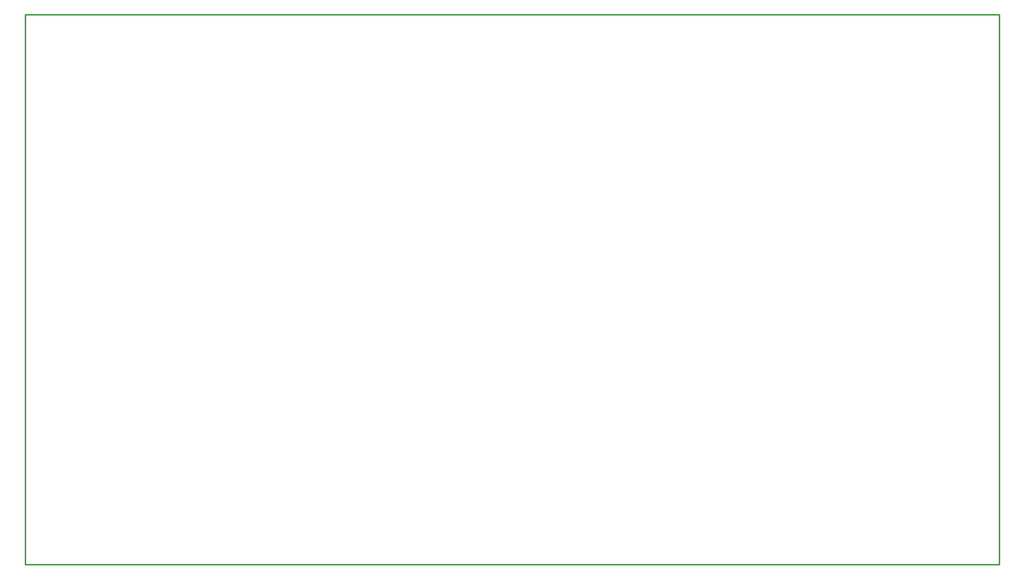
<source format=gko>
G04 Layer_Color=16720538*
%FSAX24Y24*%
%MOIN*%
G70*
G01*
G75*
%ADD63C,0.0100*%
D63*
X009843Y010000D02*
X076772D01*
X009843D02*
Y047795D01*
X076772D01*
Y010000D02*
Y047795D01*
M02*

</source>
